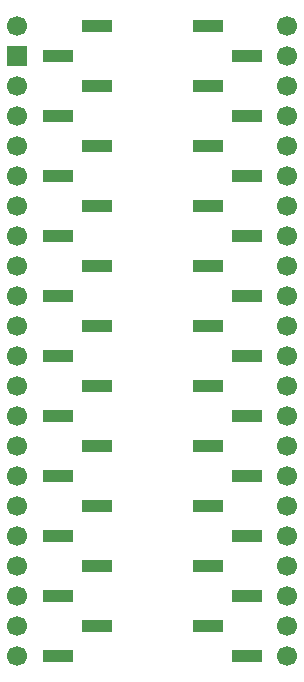
<source format=gbs>
G04 #@! TF.GenerationSoftware,KiCad,Pcbnew,9.0.6*
G04 #@! TF.CreationDate,2026-01-08T21:28:12-06:00*
G04 #@! TF.ProjectId,QFN-40_5x5_P0.4,51464e2d-3430-45f3-9578-355f50302e34,rev?*
G04 #@! TF.SameCoordinates,Original*
G04 #@! TF.FileFunction,Soldermask,Bot*
G04 #@! TF.FilePolarity,Negative*
%FSLAX46Y46*%
G04 Gerber Fmt 4.6, Leading zero omitted, Abs format (unit mm)*
G04 Created by KiCad (PCBNEW 9.0.6) date 2026-01-08 21:28:12*
%MOMM*%
%LPD*%
G01*
G04 APERTURE LIST*
%ADD10R,2.510000X1.000000*%
%ADD11C,1.700000*%
%ADD12R,1.700000X1.700000*%
G04 APERTURE END LIST*
D10*
X131449000Y-108204000D03*
X131449000Y-82804000D03*
X128139000Y-85344000D03*
X131449000Y-87884000D03*
X128139000Y-90424000D03*
X131449000Y-92964000D03*
X128139000Y-95504000D03*
X131449000Y-98044000D03*
X128139000Y-100584000D03*
X131449000Y-103124000D03*
X128139000Y-105664000D03*
X128139000Y-110744000D03*
X131449000Y-113284000D03*
X128139000Y-115824000D03*
X131449000Y-118364000D03*
X128139000Y-120904000D03*
X131449000Y-123444000D03*
X128139000Y-125984000D03*
X131449000Y-128524000D03*
X128139000Y-131064000D03*
X131449000Y-133604000D03*
X128139000Y-136144000D03*
D11*
X147574000Y-82804000D03*
X147574000Y-85344000D03*
X147574000Y-87884000D03*
X147574000Y-90424000D03*
X147574000Y-92964000D03*
X147574000Y-95504000D03*
X147574000Y-98044000D03*
X147574000Y-100584000D03*
X147574000Y-103124000D03*
X147574000Y-105664000D03*
X147574000Y-108204000D03*
X147574000Y-110744000D03*
X147574000Y-113284000D03*
X147574000Y-115824000D03*
X147574000Y-118364000D03*
X147574000Y-120904000D03*
X147574000Y-123444000D03*
X147574000Y-125984000D03*
X147574000Y-128524000D03*
X147574000Y-131064000D03*
X147574000Y-133604000D03*
X147574000Y-136144000D03*
X124714000Y-82804000D03*
D12*
X124714000Y-85344000D03*
D11*
X124714000Y-87884000D03*
X124714000Y-90424000D03*
X124714000Y-92964000D03*
X124714000Y-95504000D03*
X124714000Y-98044000D03*
X124714000Y-100584000D03*
X124714000Y-103124000D03*
X124714000Y-105664000D03*
X124714000Y-108204000D03*
X124714000Y-110744000D03*
X124714000Y-113284000D03*
X124714000Y-115824000D03*
X124714000Y-118364000D03*
X124714000Y-120904000D03*
X124714000Y-123444000D03*
X124714000Y-125984000D03*
X124714000Y-128524000D03*
X124714000Y-131064000D03*
X124714000Y-133604000D03*
X124714000Y-136144000D03*
D10*
X140839000Y-82804000D03*
X144149000Y-85344000D03*
X140839000Y-87884000D03*
X144149000Y-90424000D03*
X140839000Y-92964000D03*
X144149000Y-95504000D03*
X140839000Y-98044000D03*
X144149000Y-100584000D03*
X140839000Y-103124000D03*
X144149000Y-105664000D03*
X140839000Y-108204000D03*
X144149000Y-110744000D03*
X140839000Y-113284000D03*
X144149000Y-115824000D03*
X140839000Y-118364000D03*
X144149000Y-120904000D03*
X140839000Y-123444000D03*
X144149000Y-125984000D03*
X140839000Y-128524000D03*
X144149000Y-131064000D03*
X140839000Y-133604000D03*
X144149000Y-136144000D03*
M02*

</source>
